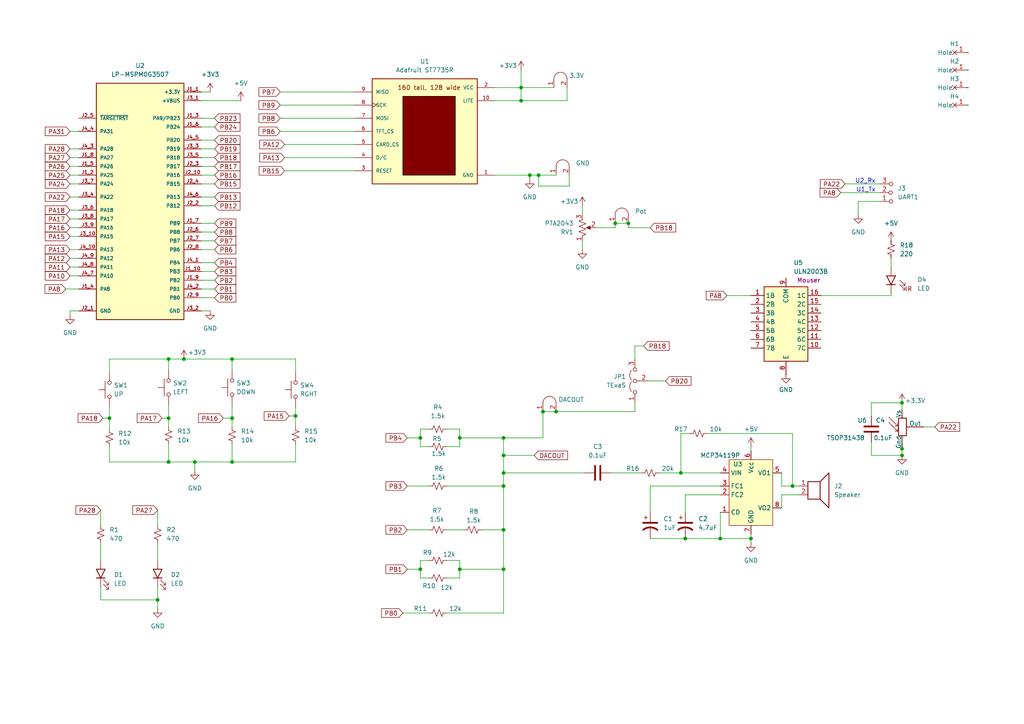
<source format=kicad_sch>
(kicad_sch (version 20250114) (generator "eeschema") (generator_version "9.0")
  (paper "A4")
  (title_block (title "Assignment 1, Manav Manikandan") (date "2025-03-16") (rev "v1.0.1") (company "The University of Texas at Austin"))
  (lib_symbols
    (symbol "+5V_1" (power) (pin_numbers (hide yes)) (pin_names (offset 0) (hide yes))
      (property "Value" "+5V" (at 0 3.556 0))
      (symbol "+5V_1_1_1"
        (pin power_in line (at 0 0 90) (length 0) (name "~") (number "1"))
      )
    )
    (symbol "ECE319K:Adafruit_ST7735R" (pin_names (offset 1.016))
      (property "Reference" "U?" (at -15.24 16.002 0))
      (property "Value" "Adafruit ST7735R" (at -15.24 -17.78 0))
      (symbol "Adafruit_ST7735R_1_0"
        (pin output line (at -20.32 11.43 0) (length 5.08) (name "MISO") (number "9"))
        (pin input clock (at -20.32 7.62 0) (length 5.08) (name "SCK") (number "8"))
        (pin input line (at -20.32 3.81 0) (length 5.08) (name "MOSI") (number "7"))
        (pin input line (at -20.32 0 0) (length 5.08) (name "TFT_CS") (number "6"))
        (pin input line (at -20.32 -3.81 0) (length 5.08) (name "CARD_CS") (number "5"))
        (pin input line (at -20.32 -7.62 0) (length 5.08) (name "D/C") (number "4"))
        (pin input line (at -20.32 -11.43 0) (length 5.08) (name "RESET") (number "3"))
        (pin power_in line (at 20.32 12.7 180) (length 5.08) (name "VCC") (number "2"))
        (pin power_in line (at 20.32 8.89 180) (length 5.08) (name "LITE") (number "10"))
        (pin power_in line (at 20.32 -12.7 180) (length 5.08) (name "GND") (number "1"))
      )
      (symbol "Adafruit_ST7735R_1_1"
        (text "160 tall, 128 wide" (at 1.27 12.7 0) (effects (font (size 1.27 1.27))))
      )
    )
    (symbol "ECE319K:C" (pin_numbers (hide yes)) (pin_names (offset 0.254))
      (property "Reference" "C" (at 0.635 2.54 0))
      (property "Value" "C" (at 0.635 -2.54 0))
      (symbol "C_1_1"
        (pin passive line (at 0 3.81 270) (length 2.794) (name "~") (number "1"))
        (pin passive line (at 0 -3.81 90) (length 2.794) (name "~") (number "2"))
      )
    )
    (symbol "ECE319K:C_Polarized" (pin_numbers (hide yes)) (pin_names (offset 0.254) (hide yes))
      (property "Reference" "C" (at 0.635 2.54 0))
      (property "Value" "C_Polarized" (at 0.635 -2.54 0))
      (symbol "C_Polarized_1_1"
        (pin passive line (at 0 3.81 270) (length 2.794) (name "~") (number "1"))
        (pin passive line (at 0 -3.81 90) (length 3.302) (name "~") (number "2"))
      )
    )
    (symbol "ECE319K:Header_3" (pin_names (offset 0) (hide yes))
      (property "Reference" "J" (at 0 2.794 0))
      (property "Value" "Header3" (at 0.635 -4.445 0))
      (symbol "Header_3_1_1"
        (pin passive line (at 5.08 2.54 180) (length 2.54) (name "A") (number "1"))
        (pin passive line (at 5.08 0 180) (length 2.54) (name "B") (number "2"))
        (pin passive line (at 5.08 -2.54 180) (length 2.54) (name "C") (number "3"))
      )
    )
    (symbol "ECE319K:Jumper_3_Open" (pin_names (offset 0) (hide yes))
      (property "Reference" "JP" (at -2.54 -2.54 0))
      (property "Value" "Jumper_3_Open" (at 0 2.794 0))
      (symbol "Jumper_3_Open_1_1"
        (pin passive line (at -6.35 0 0) (length 2.54) (name "A") (number "1"))
        (pin passive line (at 0 -3.81 90) (length 2.54) (name "C") (number "2"))
        (pin passive line (at 6.35 0 180) (length 2.54) (name "B") (number "3"))
      )
    )
    (symbol "ECE319K:LED" (pin_numbers (hide yes)) (pin_names (offset 1.016) (hide yes))
      (property "Reference" "D" (at 1.27 1.27 0))
      (property "Value" "LED" (at -5.08 -1.27 0))
      (symbol "LED_1_1"
        (pin passive line (at -1.27 3.81 270) (length 2.54) (name "A") (number "2"))
        (pin passive line (at -1.27 -3.81 90) (length 2.54) (name "K") (number "1"))
      )
    )
    (symbol "ECE319K:LP-MSPM0G3507" (pin_names (offset 1.016))
      (property "Reference" "U?" (at -12.7367 34.3099 0))
      (property "Value" "LP-MSPM0G3507" (at -10.16 -38.1 0))
      (symbol "LP-MSPM0G3507_1_0"
        (pin input line (at -17.78 22.86 0) (length 5.08) (name "~{TARGETRST}") (number "J2_5"))
        (pin bidirectional line (at -17.78 19.05 0) (length 5.08) (name "PA31") (number "J4_4"))
        (pin bidirectional line (at -17.78 13.97 0) (length 5.08) (name "PA28") (number "J4_3"))
        (pin bidirectional line (at -17.78 11.43 0) (length 5.08) (name "PA27") (number "J1_8"))
        (pin bidirectional line (at -17.78 8.89 0) (length 5.08) (name "PA26") (number "J1_5"))
        (pin bidirectional line (at -17.78 6.35 0) (length 5.08) (name "PA25") (number "J1_2"))
        (pin bidirectional line (at -17.78 3.81 0) (length 5.08) (name "PA24") (number "J3_7"))
        (pin bidirectional line (at -17.78 0 0) (length 5.08) (name "PA22") (number "J3_4"))
        (pin bidirectional line (at -17.78 -3.81 0) (length 5.08) (name "PA18") (number "J3_6"))
        (pin bidirectional line (at -17.78 -6.35 0) (length 5.08) (name "PA17") (number "J3_8"))
        (pin bidirectional line (at -17.78 -8.89 0) (length 5.08) (name "PA16") (number "J3_9"))
        (pin bidirectional line (at -17.78 -11.43 0) (length 5.08) (name "PA15") (number "J3_10"))
        (pin bidirectional line (at -17.78 -15.24 0) (length 5.08) (name "PA13") (number "J4_10"))
        (pin bidirectional line (at -17.78 -17.78 0) (length 5.08) (name "PA12") (number "J4_9"))
        (pin bidirectional line (at -17.78 -20.32 0) (length 5.08) (name "PA11") (number "J4_8"))
        (pin bidirectional line (at -17.78 -22.86 0) (length 5.08) (name "PA10") (number "J4_7"))
        (pin bidirectional line (at -17.78 -26.67 0) (length 5.08) (name "PA8") (number "J1_4"))
        (pin power_out line (at -17.78 -33.02 0) (length 5.08) (name "GND") (number "J2_1"))
        (pin power_out line (at 17.78 30.48 180) (length 5.08) (name "+3.3V") (number "J1_1"))
        (pin power_out line (at 17.78 27.94 180) (length 5.08) (name "+VBUS") (number "J3_1"))
        (pin bidirectional line (at 17.78 22.86 180) (length 5.08) (name "PA9/PB23") (number "J1_3"))
        (pin bidirectional line (at 17.78 20.32 180) (length 5.08) (name "PB24") (number "J1_6"))
        (pin bidirectional line (at 17.78 16.51 180) (length 5.08) (name "PB20") (number "J4_5"))
        (pin bidirectional line (at 17.78 13.97 180) (length 5.08) (name "PB19") (number "J3_3"))
        (pin bidirectional line (at 17.78 11.43 180) (length 5.08) (name "PB18") (number "J3_5"))
        (pin bidirectional line (at 17.78 8.89 180) (length 5.08) (name "PB17") (number "J2_3"))
        (pin bidirectional line (at 17.78 6.35 180) (length 5.08) (name "PB16") (number "J2_10"))
        (pin bidirectional line (at 17.78 3.81 180) (length 5.08) (name "PB15") (number "J2_4"))
        (pin bidirectional line (at 17.78 0 180) (length 5.08) (name "PB13") (number "J4_6"))
        (pin bidirectional line (at 17.78 -2.54 180) (length 5.08) (name "PB12") (number "J2_2"))
        (pin bidirectional line (at 17.78 -7.62 180) (length 5.08) (name "PB9") (number "J1_7"))
        (pin bidirectional line (at 17.78 -10.16 180) (length 5.08) (name "PB8") (number "J2_6"))
        (pin bidirectional line (at 17.78 -12.7 180) (length 5.08) (name "PB7") (number "J2_7"))
        (pin bidirectional line (at 17.78 -15.24 180) (length 5.08) (name "PB6") (number "J2_8"))
        (pin bidirectional line (at 17.78 -19.05 180) (length 5.08) (name "PB4") (number "J4_1"))
        (pin bidirectional line (at 17.78 -21.59 180) (length 5.08) (name "PB3") (number "J1_10"))
        (pin bidirectional line (at 17.78 -24.13 180) (length 5.08) (name "PB2") (number "J1_9"))
        (pin bidirectional line (at 17.78 -26.67 180) (length 5.08) (name "PB1") (number "J4_2"))
        (pin bidirectional line (at 17.78 -29.21 180) (length 5.08) (name "PB0") (number "J2_9"))
        (pin power_out line (at 17.78 -33.02 180) (length 5.08) (name "GND") (number "J3_2"))
      )
    )
    (symbol "ECE319K:MCP34119P"
      (property "Reference" "U" (at -5.08 7.62 0))
      (property "Value" "MCP34119P" (at -7.62 10.16 0))
      (symbol "MCP34119P_1_1"
        (pin input line (at -8.89 5.08 0) (length 2.54) (name "VIN") (number "4"))
        (pin input line (at -8.89 1.27 0) (length 2.54) (name "FC1") (number "3"))
        (pin input line (at -8.89 -1.27 0) (length 2.54) (name "FC2") (number "2"))
        (pin input line (at -8.89 -6.35 0) (length 2.54) (name "CD") (number "1"))
        (pin power_in line (at 0 11.43 270) (length 2.54) (name "Vcc") (number "6"))
        (pin power_in line (at 0 -12.7 90) (length 2.54) (name "GND") (number "7"))
        (pin output line (at 8.89 5.08 180) (length 2.54) (name "VO1") (number "5"))
        (pin output line (at 8.89 -5.08 180) (length 2.54) (name "VO2") (number "8"))
      )
    )
    (symbol "ECE319K:MountingHole"
      (property "Reference" "H" (at 0 0 0))
      (symbol "MountingHole_1_1"
        (pin power_in non_logic (at 0 0 180) (length 3.81) (name "Hole") (number "1"))
      )
    )
    (symbol "ECE319K:OED-EL-1L2" (pin_numbers (hide yes)) (pin_names (offset 1.016) (hide yes))
      (property "Reference" "D" (at 0 2.54 0))
      (property "Value" "LED" (at -5.08 -2.54 0))
      (symbol "OED-EL-1L2_1_1"
        (text "IR" (at 3.81 -2.54 0) (effects (font (size 1.27 1.27))))
        (pin passive line (at -1.27 3.81 270) (length 2.54) (name "A") (number "2"))
        (pin passive line (at -1.27 -3.81 90) (length 2.54) (name "K") (number "1"))
      )
    )
    (symbol "ECE319K:PTA2043pot" (pin_names (offset 1.016) (hide yes))
      (property "Reference" "RV" (at -4.445 0 90))
      (property "Value" "PTA2043" (at -2.54 0 90))
      (symbol "PTA2043pot_1_1"
        (pin passive line (at 0 3.81 270) (length 1.27) (name "1") (number "1"))
        (pin passive line (at 0 -3.81 90) (length 1.27) (name "3") (number "3"))
        (pin passive line (at 3.81 0 180) (length 1.27) (name "2") (number "2"))
      )
    )
    (symbol "ECE319K:R_0.125W" (pin_numbers (hide yes)) (pin_names (offset 0.254) (hide yes))
      (property "Reference" "R" (at 0.762 0.508 0))
      (property "Value" "R_0.125W" (at 0.762 -1.016 0))
      (symbol "R_0.125W_1_1"
        (pin passive line (at 0 2.54 270) (length 1.016) (name "~") (number "1"))
        (pin passive line (at 0 -2.54 90) (length 1.016) (name "~") (number "2"))
      )
    )
    (symbol "ECE319K:SW_Push" (pin_numbers (hide yes)) (pin_names (offset 1.016) (hide yes))
      (property "Reference" "SW101" (at 1.27 -1.27 90))
      (property "Value" "UP" (at -1.27 -1.27 90))
      (symbol "SW_Push_0_1"
        (pin passive line (at -5.08 0 0) (length 2.54) (name "1") (number "1"))
        (pin passive line (at 5.08 0 180) (length 2.54) (name "2") (number "2"))
      )
    )
    (symbol "ECE319K:Speaker" (pin_names (offset 0) (hide yes))
      (property "Reference" "J" (at 1.27 5.715 0))
      (property "Value" "Speaker" (at 1.27 3.81 0))
      (symbol "Speaker_1_1"
        (pin input line (at -5.08 0 0) (length 2.54) (name "1") (number "1"))
        (pin input line (at -5.08 -2.54 0) (length 2.54) (name "2") (number "2"))
      )
    )
    (symbol "ECE319K:TSOP31438" (pin_numbers (hide yes)) (pin_names (offset 0))
      (property "Reference" "U" (at -5.08 0 90))
      (property "Value" "TSOP31438" (at -7.62 -1.27 90))
      (symbol "TSOP31438_1_1"
        (pin power_in line (at 0 5.08 270) (length 2.54) (name "Vs") (number "2"))
        (pin power_in line (at 0 -6.35 90) (length 3.81) (name "Gnd") (number "1"))
        (pin output line (at 6.35 0 180) (length 5.08) (name "Out") (number "3"))
      )
    )
    (symbol "ECE319K:Testpoint" (pin_names (offset 0) (hide yes))
      (property "Reference" "TP" (at 0 2.794 0))
      (property "Value" "TP" (at 0 -2.286 0))
      (symbol "Testpoint_1_1"
        (pin passive line (at -1.905 0 90) (length 2.54) (name "A") (number "1"))
        (pin passive line (at 1.905 0 90) (length 2.54) (name "B") (number "2"))
      )
    )
    (symbol "ECE319K:ULN2003B"
      (property "Reference" "U" (at 7.62 8.89 0))
      (property "Value" "ULN2003B" (at 6.35 -15.24 0))
      (property "Distributor" " Mouser " (at 0 0 0))
      (symbol "ULN2003B_1_1"
        (pin input line (at -10.16 5.08 0) (length 3.81) (name "1B") (number "1"))
        (pin input line (at -10.16 2.54 0) (length 3.81) (name "2B") (number "2"))
        (pin input line (at -10.16 0 0) (length 3.81) (name "3B") (number "3"))
        (pin input line (at -10.16 -2.54 0) (length 3.81) (name "4B") (number "4"))
        (pin input line (at -10.16 -5.08 0) (length 3.81) (name "5B") (number "5"))
        (pin input line (at -10.16 -7.62 0) (length 3.81) (name "6B") (number "6"))
        (pin input line (at -10.16 -10.16 0) (length 3.81) (name "7B") (number "7"))
        (pin power_in line (at 0 10.16 270) (length 2.54) (name "COM") (number "9"))
        (pin power_in line (at 0 -17.78 90) (length 3.81) (name "E") (number "8"))
        (pin output line (at 10.16 5.08 180) (length 3.81) (name "1C") (number "16"))
        (pin output line (at 10.16 2.54 180) (length 3.81) (name "2C") (number "15"))
        (pin output line (at 10.16 0 180) (length 3.81) (name "3C") (number "14"))
        (pin output line (at 10.16 -2.54 180) (length 3.81) (name "4C") (number "13"))
        (pin output line (at 10.16 -5.08 180) (length 3.81) (name "5C") (number "12"))
        (pin output line (at 10.16 -7.62 180) (length 3.81) (name "6C") (number "11"))
        (pin output line (at 10.16 -10.16 180) (length 3.81) (name "7C") (number "10"))
      )
    )
    (symbol "GND_1" (power) (pin_numbers (hide yes)) (pin_names (offset 0) (hide yes))
      (property "Value" "GND" (at 0 -3.81 0))
      (symbol "GND_1_1_1"
        (pin power_in line (at 0 0 270) (length 0) (name "~") (number "1"))
      )
    )
    (symbol "GND_2" (power) (pin_numbers (hide yes)) (pin_names (offset 0) (hide yes))
      (property "Value" "GND" (at 0 -3.81 0))
      (symbol "GND_2_1_1"
        (pin power_in line (at 0 0 270) (length 0) (name "~") (number "1"))
      )
    )
    (symbol "power:+3.3V" (power) (pin_numbers (hide yes)) (pin_names (offset 0) (hide yes))
      (property "Value" "+3.3V" (at 0 3.556 0))
      (symbol "+3.3V_1_1"
        (pin power_in line (at 0 0 90) (length 0) (name "~") (number "1"))
      )
    )
    (symbol "power:+3V3" (power) (pin_names (offset 0))
      (property "Value" "+3V3" (at 0 3.556 0))
      (symbol "+3V3_1_1"
        (pin power_in line (at 0 0 90) (length 0) (hide yes) (name "+3V3") (number "1"))
      )
    )
    (symbol "power:+5V" (power) (pin_names (offset 0))
      (property "Value" "+5V" (at 0 3.556 0))
      (symbol "+5V_1_1"
        (pin power_in line (at 0 0 90) (length 0) (hide yes) (name "+5V") (number "1"))
      )
    )
    (symbol "power:GND" (power) (pin_names (offset 0))
      (property "Value" "GND" (at 0 -3.81 0))
      (symbol "GND_1_1"
        (pin power_in line (at 0 0 270) (length 0) (hide yes) (name "GND") (number "1"))
      )
    )
  )
  (text "U2_Rx" (at 254 53.34 0) (effects (font (size 1.27 1.27)) (justify right bottom)))
  (text "U1_Tx" (at 254 55.88 0) (effects (font (size 1.27 1.27)) (justify right bottom)))
  (junction (at 261.62 116.84))
  (junction (at 161.29 119.38))
  (junction (at 146.05 132.08))
  (junction (at 85.725 120.65))
  (junction (at 208.915 156.21))
  (junction (at 67.31 104.14))
  (junction (at 133.35 165.1))
  (junction (at 121.92 127))
  (junction (at 48.895 121.285))
  (junction (at 198.755 156.21))
  (junction (at 53.34 104.14))
  (junction (at 121.92 165.1))
  (junction (at 133.35 127))
  (junction (at 48.895 104.14))
  (junction (at 197.485 137.16))
  (junction (at 217.805 156.21))
  (junction (at 261.62 132.08))
  (junction (at 153.67 50.8))
  (junction (at 151.13 25.4))
  (junction (at 45.72 173.99))
  (junction (at 182.245 64.77))
  (junction (at 146.05 137.16))
  (junction (at 156.21 50.8))
  (junction (at 178.435 64.77))
  (junction (at 157.48 119.38))
  (junction (at 261.62 130.175))
  (junction (at 67.31 133.985))
  (junction (at 229.87 140.97))
  (junction (at 146.05 165.1))
  (junction (at 146.05 153.67))
  (junction (at 146.05 127))
  (junction (at 151.13 29.21))
  (junction (at 31.75 121.285))
  (junction (at 67.31 121.285))
  (junction (at 48.895 133.985))
  (junction (at 146.05 140.97))
  (junction (at 56.515 133.985))
  (wire (pts (xy 56.515 133.985) (xy 67.31 133.985)))
  (wire (pts (xy 165.1 53.975) (xy 156.21 53.975)))
  (wire (pts (xy 133.35 162.56) (xy 129.54 162.56)))
  (wire (pts (xy 67.31 128.905) (xy 67.31 133.985)))
  (wire (pts (xy 29.845 121.285) (xy 31.75 121.285)))
  (wire (pts (xy 58.42 86.36) (xy 62.23 86.36)))
  (wire (pts (xy 178.435 64.77) (xy 182.245 64.77)))
  (wire (pts (xy 58.42 57.15) (xy 62.23 57.15)))
  (wire (pts (xy 121.92 167.64) (xy 124.46 167.64)))
  (wire (pts (xy 231.775 140.97) (xy 229.87 140.97)))
  (wire (pts (xy 81.28 38.1) (xy 102.87 38.1)))
  (wire (pts (xy 197.485 137.16) (xy 208.915 137.16)))
  (wire (pts (xy 184.15 100.33) (xy 186.69 100.33)))
  (wire (pts (xy 58.42 50.8) (xy 62.23 50.8)))
  (wire (pts (xy 139.7 153.67) (xy 146.05 153.67)))
  (wire (pts (xy 182.245 66.04) (xy 182.245 64.77)))
  (wire (pts (xy 217.805 154.94) (xy 217.805 156.21)))
  (wire (pts (xy 64.77 121.285) (xy 67.31 121.285)))
  (wire (pts (xy 258.445 85.725) (xy 258.445 85.09)))
  (wire (pts (xy 20.32 91.44) (xy 20.32 90.17)))
  (wire (pts (xy 67.31 104.14) (xy 85.725 104.14)))
  (wire (pts (xy 85.725 118.11) (xy 85.725 120.65)))
  (wire (pts (xy 48.895 121.285) (xy 48.895 123.825)))
  (wire (pts (xy 81.28 34.29) (xy 102.87 34.29)))
  (wire (pts (xy 161.29 119.38) (xy 184.15 119.38)))
  (wire (pts (xy 20.32 68.58) (xy 22.86 68.58)))
  (wire (pts (xy 58.42 26.67) (xy 60.96 26.67)))
  (wire (pts (xy 20.32 66.04) (xy 22.86 66.04)))
  (wire (pts (xy 29.21 147.955) (xy 29.21 152.4)))
  (wire (pts (xy 164.465 25.4) (xy 164.465 29.21)))
  (wire (pts (xy 85.725 133.985) (xy 85.725 128.905)))
  (wire (pts (xy 243.84 55.88) (xy 255.27 55.88)))
  (wire (pts (xy 29.21 157.48) (xy 29.21 162.56)))
  (wire (pts (xy 133.35 124.46) (xy 129.54 124.46)))
  (wire (pts (xy 133.35 167.64) (xy 133.35 165.1)))
  (wire (pts (xy 58.42 45.72) (xy 62.23 45.72)))
  (wire (pts (xy 157.48 127) (xy 157.48 119.38)))
  (wire (pts (xy 129.54 129.54) (xy 133.35 129.54)))
  (wire (pts (xy 58.42 40.64) (xy 62.23 40.64)))
  (wire (pts (xy 45.72 170.18) (xy 45.72 173.99)))
  (wire (pts (xy 20.32 38.1) (xy 22.86 38.1)))
  (wire (pts (xy 217.805 129.54) (xy 217.805 130.81)))
  (wire (pts (xy 48.895 104.14) (xy 48.895 107.315)))
  (wire (pts (xy 252.73 128.27) (xy 252.73 132.08)))
  (wire (pts (xy 238.125 85.725) (xy 258.445 85.725)))
  (wire (pts (xy 67.31 133.985) (xy 85.725 133.985)))
  (wire (pts (xy 146.05 132.08) (xy 154.94 132.08)))
  (wire (pts (xy 129.54 140.97) (xy 146.05 140.97)))
  (wire (pts (xy 146.05 127) (xy 133.35 127)))
  (wire (pts (xy 177.165 137.16) (xy 186.055 137.16)))
  (wire (pts (xy 252.73 132.08) (xy 261.62 132.08)))
  (wire (pts (xy 226.695 147.32) (xy 226.695 143.51)))
  (wire (pts (xy 29.21 173.99) (xy 45.72 173.99)))
  (wire (pts (xy 188.595 140.97) (xy 188.595 148.59)))
  (wire (pts (xy 261.62 132.08) (xy 261.62 130.175)))
  (wire (pts (xy 208.915 156.21) (xy 217.805 156.21)))
  (wire (pts (xy 58.42 72.39) (xy 62.23 72.39)))
  (wire (pts (xy 81.28 30.48) (xy 102.87 30.48)))
  (wire (pts (xy 168.91 69.85) (xy 168.91 72.39)))
  (wire (pts (xy 20.32 48.26) (xy 22.86 48.26)))
  (wire (pts (xy 58.42 83.82) (xy 62.23 83.82)))
  (wire (pts (xy 19.05 83.82) (xy 22.86 83.82)))
  (wire (pts (xy 85.725 107.95) (xy 85.725 104.14)))
  (wire (pts (xy 184.15 104.14) (xy 184.15 100.33)))
  (wire (pts (xy 129.54 177.8) (xy 146.05 177.8)))
  (wire (pts (xy 48.895 128.905) (xy 48.895 133.985)))
  (wire (pts (xy 187.96 110.49) (xy 193.04 110.49)))
  (wire (pts (xy 178.435 66.04) (xy 178.435 64.77)))
  (wire (pts (xy 31.75 133.985) (xy 48.895 133.985)))
  (wire (pts (xy 58.42 76.2) (xy 62.23 76.2)))
  (wire (pts (xy 146.05 132.08) (xy 146.05 127)))
  (wire (pts (xy 20.32 63.5) (xy 22.86 63.5)))
  (wire (pts (xy 58.42 34.29) (xy 62.23 34.29)))
  (wire (pts (xy 133.35 127) (xy 133.35 129.54)))
  (wire (pts (xy 271.145 123.825) (xy 267.97 123.825)))
  (wire (pts (xy 156.21 53.975) (xy 156.21 50.8)))
  (wire (pts (xy 133.35 127) (xy 133.35 124.46)))
  (wire (pts (xy 48.895 104.14) (xy 53.34 104.14)))
  (wire (pts (xy 143.51 29.21) (xy 151.13 29.21)))
  (wire (pts (xy 252.73 116.84) (xy 252.73 120.65)))
  (wire (pts (xy 208.915 140.97) (xy 188.595 140.97)))
  (wire (pts (xy 58.42 64.77) (xy 62.23 64.77)))
  (wire (pts (xy 151.13 25.4) (xy 151.13 20.32)))
  (wire (pts (xy 258.445 74.93) (xy 258.445 77.47)))
  (wire (pts (xy 226.695 140.97) (xy 226.695 137.16)))
  (wire (pts (xy 82.55 45.72) (xy 102.87 45.72)))
  (wire (pts (xy 20.32 50.8) (xy 22.86 50.8)))
  (wire (pts (xy 245.11 53.34) (xy 255.27 53.34)))
  (wire (pts (xy 121.92 165.1) (xy 121.92 167.64)))
  (wire (pts (xy 198.755 148.59) (xy 198.755 143.51)))
  (wire (pts (xy 58.42 48.26) (xy 62.23 48.26)))
  (wire (pts (xy 20.32 90.17) (xy 22.86 90.17)))
  (wire (pts (xy 210.82 85.725) (xy 217.805 85.725)))
  (wire (pts (xy 146.05 153.67) (xy 146.05 140.97)))
  (wire (pts (xy 157.48 119.38) (xy 161.29 119.38)))
  (wire (pts (xy 153.67 50.8) (xy 153.67 52.07)))
  (wire (pts (xy 58.42 29.21) (xy 69.85 29.21)))
  (wire (pts (xy 143.51 50.8) (xy 153.67 50.8)))
  (wire (pts (xy 118.11 153.67) (xy 124.46 153.67)))
  (wire (pts (xy 165.1 50.8) (xy 165.1 53.975)))
  (wire (pts (xy 133.35 165.1) (xy 146.05 165.1)))
  (wire (pts (xy 45.72 157.48) (xy 45.72 162.56)))
  (wire (pts (xy 83.82 120.65) (xy 85.725 120.65)))
  (wire (pts (xy 29.21 170.18) (xy 29.21 173.99)))
  (wire (pts (xy 146.05 137.16) (xy 146.05 140.97)))
  (wire (pts (xy 188.595 66.04) (xy 182.245 66.04)))
  (wire (pts (xy 261.62 128.27) (xy 261.62 130.175)))
  (wire (pts (xy 67.31 121.285) (xy 67.31 123.825)))
  (wire (pts (xy 129.54 167.64) (xy 133.35 167.64)))
  (wire (pts (xy 200.025 125.73) (xy 197.485 125.73)))
  (wire (pts (xy 20.32 57.15) (xy 22.86 57.15)))
  (wire (pts (xy 226.695 143.51) (xy 231.775 143.51)))
  (wire (pts (xy 188.595 156.21) (xy 198.755 156.21)))
  (wire (pts (xy 67.31 117.475) (xy 67.31 121.285)))
  (wire (pts (xy 45.72 152.4) (xy 45.72 147.955)))
  (wire (pts (xy 67.31 104.14) (xy 67.31 107.315)))
  (wire (pts (xy 146.05 165.1) (xy 146.05 153.67)))
  (wire (pts (xy 248.92 58.42) (xy 248.92 62.23)))
  (wire (pts (xy 53.34 104.14) (xy 67.31 104.14)))
  (wire (pts (xy 118.11 140.97) (xy 124.46 140.97)))
  (wire (pts (xy 31.75 104.14) (xy 48.895 104.14)))
  (wire (pts (xy 20.32 74.93) (xy 22.86 74.93)))
  (wire (pts (xy 46.99 121.285) (xy 48.895 121.285)))
  (wire (pts (xy 118.11 165.1) (xy 121.92 165.1)))
  (wire (pts (xy 151.13 29.21) (xy 151.13 25.4)))
  (wire (pts (xy 116.84 177.8) (xy 124.46 177.8)))
  (wire (pts (xy 205.105 125.73) (xy 229.87 125.73)))
  (wire (pts (xy 45.72 173.99) (xy 45.72 176.53)))
  (wire (pts (xy 31.75 104.14) (xy 31.75 107.95)))
  (wire (pts (xy 31.75 121.285) (xy 31.75 124.46)))
  (wire (pts (xy 217.805 156.21) (xy 217.805 157.48)))
  (wire (pts (xy 121.92 162.56) (xy 124.46 162.56)))
  (wire (pts (xy 229.87 125.73) (xy 229.87 140.97)))
  (wire (pts (xy 56.515 133.985) (xy 48.895 133.985)))
  (wire (pts (xy 198.755 156.21) (xy 208.915 156.21)))
  (wire (pts (xy 58.42 90.17) (xy 60.96 90.17)))
  (wire (pts (xy 184.15 116.84) (xy 184.15 119.38)))
  (wire (pts (xy 58.42 67.31) (xy 62.23 67.31)))
  (wire (pts (xy 82.55 49.53) (xy 102.87 49.53)))
  (wire (pts (xy 198.755 143.51) (xy 208.915 143.51)))
  (wire (pts (xy 58.42 81.28) (xy 62.23 81.28)))
  (wire (pts (xy 121.92 129.54) (xy 124.46 129.54)))
  (wire (pts (xy 143.51 25.4) (xy 151.13 25.4)))
  (wire (pts (xy 146.05 137.16) (xy 169.545 137.16)))
  (wire (pts (xy 85.725 120.65) (xy 85.725 123.825)))
  (wire (pts (xy 118.11 127) (xy 121.92 127)))
  (wire (pts (xy 129.54 153.67) (xy 134.62 153.67)))
  (wire (pts (xy 20.32 80.01) (xy 22.86 80.01)))
  (wire (pts (xy 146.05 132.08) (xy 146.05 137.16)))
  (wire (pts (xy 56.515 136.525) (xy 56.515 133.985)))
  (wire (pts (xy 146.05 127) (xy 157.48 127)))
  (wire (pts (xy 20.32 77.47) (xy 22.86 77.47)))
  (wire (pts (xy 58.42 53.34) (xy 62.23 53.34)))
  (wire (pts (xy 124.46 124.46) (xy 121.92 124.46)))
  (wire (pts (xy 153.67 50.8) (xy 156.21 50.8)))
  (wire (pts (xy 121.92 124.46) (xy 121.92 127)))
  (wire (pts (xy 255.27 58.42) (xy 248.92 58.42)))
  (wire (pts (xy 58.42 78.74) (xy 62.23 78.74)))
  (wire (pts (xy 20.32 45.72) (xy 22.86 45.72)))
  (wire (pts (xy 151.13 25.4) (xy 160.655 25.4)))
  (wire (pts (xy 146.05 177.8) (xy 146.05 165.1)))
  (wire (pts (xy 31.75 133.985) (xy 31.75 129.54)))
  (wire (pts (xy 164.465 29.21) (xy 151.13 29.21)))
  (wire (pts (xy 20.32 43.18) (xy 22.86 43.18)))
  (wire (pts (xy 261.62 118.745) (xy 261.62 116.84)))
  (wire (pts (xy 20.32 72.39) (xy 22.86 72.39)))
  (wire (pts (xy 197.485 125.73) (xy 197.485 137.16)))
  (wire (pts (xy 58.42 43.18) (xy 62.23 43.18)))
  (wire (pts (xy 229.87 140.97) (xy 226.695 140.97)))
  (wire (pts (xy 168.91 59.69) (xy 168.91 62.23)))
  (wire (pts (xy 172.72 66.04) (xy 178.435 66.04)))
  (wire (pts (xy 58.42 59.69) (xy 62.23 59.69)))
  (wire (pts (xy 133.35 165.1) (xy 133.35 162.56)))
  (wire (pts (xy 58.42 69.85) (xy 62.23 69.85)))
  (wire (pts (xy 58.42 36.83) (xy 62.23 36.83)))
  (wire (pts (xy 20.32 60.96) (xy 22.86 60.96)))
  (wire (pts (xy 208.915 148.59) (xy 208.915 156.21)))
  (wire (pts (xy 191.135 137.16) (xy 197.485 137.16)))
  (wire (pts (xy 81.28 26.67) (xy 102.87 26.67)))
  (wire (pts (xy 121.92 127) (xy 121.92 129.54)))
  (wire (pts (xy 20.32 53.34) (xy 22.86 53.34)))
  (wire (pts (xy 31.75 118.11) (xy 31.75 121.285)))
  (wire (pts (xy 261.62 116.84) (xy 252.73 116.84)))
  (wire (pts (xy 156.21 50.8) (xy 161.29 50.8)))
  (wire (pts (xy 48.895 117.475) (xy 48.895 121.285)))
  (wire (pts (xy 121.92 165.1) (xy 121.92 162.56)))
  (wire (pts (xy 82.55 41.91) (xy 102.87 41.91)))
  (global_label "PA13" (shape input) (at 82.55 45.72 180) (property "Intersheetrefs" "${INTERSHEET_REFS}" (effects (hide yes))))
  (global_label "PB4" (shape input) (at 118.11 127 180) (property "Intersheetrefs" "${INTERSHEET_REFS}" (effects (hide yes))))
  (global_label "PB8" (shape input) (at 62.23 67.31 0) (property "Intersheetrefs" "${INTERSHEET_REFS}" (effects (hide yes))))
  (global_label "PA12" (shape input) (at 82.55 41.91 180) (property "Intersheetrefs" "${INTERSHEET_REFS}" (effects (hide yes))))
  (global_label "PB6" (shape input) (at 62.23 72.39 0) (property "Intersheetrefs" "${INTERSHEET_REFS}" (effects (hide yes))))
  (global_label "PB6" (shape input) (at 81.28 38.1 180) (property "Intersheetrefs" "${INTERSHEET_REFS}" (effects (hide yes))))
  (global_label "PB18" (shape input) (at 186.69 100.33 0) (property "Intersheetrefs" "${INTERSHEET_REFS}" (effects (hide yes))))
  (global_label "PB15" (shape input) (at 62.23 53.34 0) (property "Intersheetrefs" "${INTERSHEET_REFS}" (effects (hide yes))))
  (global_label "PB7" (shape input) (at 81.28 26.67 180) (property "Intersheetrefs" "${INTERSHEET_REFS}" (effects (hide yes))))
  (global_label "PB20" (shape input) (at 193.04 110.49 0) (property "Intersheetrefs" "${INTERSHEET_REFS}" (effects (hide yes))))
  (global_label "PA25" (shape input) (at 20.32 50.8 180) (property "Intersheetrefs" "${INTERSHEET_REFS}" (effects (hide yes))))
  (global_label "PA22" (shape input) (at 20.32 57.15 180) (property "Intersheetrefs" "${INTERSHEET_REFS}" (effects (hide yes))))
  (global_label "PB18" (shape input) (at 62.23 45.72 0) (property "Intersheetrefs" "${INTERSHEET_REFS}" (effects (hide yes))))
  (global_label "PA24" (shape input) (at 20.32 53.34 180) (property "Intersheetrefs" "${INTERSHEET_REFS}" (effects (hide yes))))
  (global_label "PB7" (shape input) (at 62.23 69.85 0) (property "Intersheetrefs" "${INTERSHEET_REFS}" (effects (hide yes))))
  (global_label "PB23" (shape input) (at 62.23 34.29 0) (property "Intersheetrefs" "${INTERSHEET_REFS}" (effects (hide yes))))
  (global_label "PA15" (shape input) (at 20.32 68.58 180) (property "Intersheetrefs" "${INTERSHEET_REFS}" (effects (hide yes))))
  (global_label "PB18" (shape input) (at 188.595 66.04 0) (property "Intersheetrefs" "${INTERSHEET_REFS}" (effects (hide yes))))
  (global_label "PA27" (shape input) (at 45.72 147.955 180) (property "Intersheetrefs" "${INTERSHEET_REFS}" (effects (hide yes))))
  (global_label "PB3" (shape input) (at 62.23 78.74 0) (property "Intersheetrefs" "${INTERSHEET_REFS}" (effects (hide yes))))
  (global_label "PA31" (shape input) (at 20.32 38.1 180) (property "Intersheetrefs" "${INTERSHEET_REFS}" (effects (hide yes))))
  (global_label "PA26" (shape input) (at 20.32 48.26 180) (property "Intersheetrefs" "${INTERSHEET_REFS}" (effects (hide yes))))
  (global_label "PA17" (shape input) (at 20.32 63.5 180) (property "Intersheetrefs" "${INTERSHEET_REFS}" (effects (hide yes))))
  (global_label "PB3" (shape input) (at 118.11 140.97 180) (property "Intersheetrefs" "${INTERSHEET_REFS}" (effects (hide yes))))
  (global_label "PB9" (shape input) (at 62.23 64.77 0) (property "Intersheetrefs" "${INTERSHEET_REFS}" (effects (hide yes))))
  (global_label "PA13" (shape input) (at 20.32 72.39 180) (property "Intersheetrefs" "${INTERSHEET_REFS}" (effects (hide yes))))
  (global_label "PA8" (shape input) (at 210.82 85.725 180) (property "Intersheetrefs" "${INTERSHEET_REFS}" (effects (hide yes))))
  (global_label "PB17" (shape input) (at 62.23 48.26 0) (property "Intersheetrefs" "${INTERSHEET_REFS}" (effects (hide yes))))
  (global_label "PB8" (shape input) (at 81.28 34.29 180) (property "Intersheetrefs" "${INTERSHEET_REFS}" (effects (hide yes))))
  (global_label "PA10" (shape input) (at 20.32 80.01 180) (property "Intersheetrefs" "${INTERSHEET_REFS}" (effects (hide yes))))
  (global_label "PA12" (shape input) (at 20.32 74.93 180) (property "Intersheetrefs" "${INTERSHEET_REFS}" (effects (hide yes))))
  (global_label "PB0" (shape input) (at 116.84 177.8 180) (property "Intersheetrefs" "${INTERSHEET_REFS}" (effects (hide yes))))
  (global_label "PB4" (shape input) (at 62.23 76.2 0) (property "Intersheetrefs" "${INTERSHEET_REFS}" (effects (hide yes))))
  (global_label "PA17" (shape input) (at 46.99 121.285 180) (property "Intersheetrefs" "${INTERSHEET_REFS}" (effects (hide yes))))
  (global_label "DACOUT" (shape input) (at 154.94 132.08 0) (property "Intersheetrefs" "${INTERSHEET_REFS}" (effects (hide yes))))
  (global_label "PA16" (shape input) (at 64.77 121.285 180) (property "Intersheetrefs" "${INTERSHEET_REFS}" (effects (hide yes))))
  (global_label "PB24" (shape input) (at 62.23 36.83 0) (property "Intersheetrefs" "${INTERSHEET_REFS}" (effects (hide yes))))
  (global_label "PB13" (shape input) (at 62.23 57.15 0) (property "Intersheetrefs" "${INTERSHEET_REFS}" (effects (hide yes))))
  (global_label "PA11" (shape input) (at 20.32 77.47 180) (property "Intersheetrefs" "${INTERSHEET_REFS}" (effects (hide yes))))
  (global_label "PA27" (shape input) (at 20.32 45.72 180) (property "Intersheetrefs" "${INTERSHEET_REFS}" (effects (hide yes))))
  (global_label "PA18" (shape input) (at 20.32 60.96 180) (property "Intersheetrefs" "${INTERSHEET_REFS}" (effects (hide yes))))
  (global_label "PB12" (shape input) (at 62.23 59.69 0) (property "Intersheetrefs" "${INTERSHEET_REFS}" (effects (hide yes))))
  (global_label "PA18" (shape input) (at 29.845 121.285 180) (property "Intersheetrefs" "${INTERSHEET_REFS}" (effects (hide yes))))
  (global_label "PB1" (shape input) (at 62.23 83.82 0) (property "Intersheetrefs" "${INTERSHEET_REFS}" (effects (hide yes))))
  (global_label "PA16" (shape input) (at 20.32 66.04 180) (property "Intersheetrefs" "${INTERSHEET_REFS}" (effects (hide yes))))
  (global_label "PB16" (shape input) (at 62.23 50.8 0) (property "Intersheetrefs" "${INTERSHEET_REFS}" (effects (hide yes))))
  (global_label "PB20" (shape input) (at 62.23 40.64 0) (property "Intersheetrefs" "${INTERSHEET_REFS}" (effects (hide yes))))
  (global_label "PA28" (shape input) (at 20.32 43.18 180) (property "Intersheetrefs" "${INTERSHEET_REFS}" (effects (hide yes))))
  (global_label "PA28" (shape input) (at 29.21 147.955 180) (property "Intersheetrefs" "${INTERSHEET_REFS}" (effects (hide yes))))
  (global_label "PB2" (shape input) (at 118.11 153.67 180) (property "Intersheetrefs" "${INTERSHEET_REFS}" (effects (hide yes))))
  (global_label "PB9" (shape input) (at 81.28 30.48 180) (property "Intersheetrefs" "${INTERSHEET_REFS}" (effects (hide yes))))
  (global_label "PA8" (shape input) (at 19.05 83.82 180) (property "Intersheetrefs" "${INTERSHEET_REFS}" (effects (hide yes))))
  (global_label "PA8" (shape input) (at 243.84 55.88 180) (property "Intersheetrefs" "${INTERSHEET_REFS}" (effects (hide yes))))
  (global_label "PB1" (shape input) (at 118.11 165.1 180) (property "Intersheetrefs" "${INTERSHEET_REFS}" (effects (hide yes))))
  (global_label "PB0" (shape input) (at 62.23 86.36 0) (property "Intersheetrefs" "${INTERSHEET_REFS}" (effects (hide yes))))
  (global_label "PB19" (shape input) (at 62.23 43.18 0) (property "Intersheetrefs" "${INTERSHEET_REFS}" (effects (hide yes))))
  (global_label "PA22" (shape input) (at 245.11 53.34 180) (property "Intersheetrefs" "${INTERSHEET_REFS}" (effects (hide yes))))
  (global_label "PB2" (shape input) (at 62.23 81.28 0) (property "Intersheetrefs" "${INTERSHEET_REFS}" (effects (hide yes))))
  (global_label "PA22" (shape input) (at 271.145 123.825 0) (property "Intersheetrefs" "${INTERSHEET_REFS}" (effects (hide yes))))
  (global_label "PB15" (shape input) (at 82.55 49.53 180) (property "Intersheetrefs" "${INTERSHEET_REFS}" (effects (hide yes))))
  (global_label "PA15" (shape input) (at 83.82 120.65 180) (property "Intersheetrefs" "${INTERSHEET_REFS}" (effects (hide yes))))
  (symbol (lib_id "ECE319K:MountingHole") (at 280.67 30.48 0) (unit 1)
    (property "Reference" "H4" (at 276.86 27.94 0))
    (property "Value" "~" (at 280.67 30.48 0))
    (property "Footprint" "ECE319K:MountingHole_4_40" (effects (hide yes)))
  )
  (symbol (lib_id "ECE319K:Adafruit_ST7735R") (at 123.19 38.1 0) (unit 1)
    (property "Reference" "U1" (at 123.19 17.78 0))
    (property "Value" "Adafruit ST7735R" (at 123.19 20.32 0))
    (property "Footprint" "ECE319K:adafruit_st7735r" (effects (hide yes)))
    (property "Datasheet" "https://www.mouser.com/datasheet/2/737/ST7735R_V0_2-2489618.pdf" (effects (hide yes)))
    (property "Distributor" "Mouser" (effects (hide yes)))
    (property "Manufacturer" "Adafruit" (effects (hide yes)))
    (property "P/N" "358" (effects (hide yes)))
    (property "Cost" "19.95" (effects (hide yes)))
  )
  (symbol (lib_id "ECE319K:Jumper_3_Open") (at 184.15 110.49 90) (unit 1)
    (property "Reference" "JP1" (at 181.61 109.22 90) (effects (justify left)))
    (property "Value" "TExaS" (at 181.61 111.76 90) (effects (justify left)))
    (property "Footprint" "ECE319K:PinHeader_1x03_P2.54mm_Vertical" (effects (hide yes)))
  )
  (symbol (lib_id "ECE319K:R_0.125W") (at 127 153.67 270) (unit 1)
    (property "Reference" "R7" (at 126.746 148.082 90))
    (property "Value" "1.5k" (at 126.746 150.622 90))
    (property "Footprint" "ECE319K:R_Axial_DIN0204_L3.6mm_D1.6mm_P7.62mm_Horizontal" (effects (hide yes)))
    (property "Datasheet" "https://users.ece.utexas.edu/~valvano/mspm0/CarbonFilmresistors.pdf" (effects (hide yes)))
  )
  (symbol (lib_id "ECE319K:R_0.125W") (at 29.21 154.94 0) (unit 1)
    (property "Reference" "R1" (at 31.75 153.67 0) (effects (justify left)))
    (property "Value" "470" (at 31.75 156.21 0) (effects (justify left)))
    (property "Footprint" "ECE319K:R_Axial_DIN0204_L3.6mm_D1.6mm_P7.62mm_Horizontal" (effects (hide yes)))
    (property "Datasheet" "https://users.ece.utexas.edu/~valvano/mspm0/CarbonFilmresistors.pdf" (effects (hide yes)))
  )
  (symbol (lib_name "+5V_1") (lib_id "power:+5V") (at 258.445 69.85 0) (unit 1)
    (property "Reference" "#PWR012" (effects (hide yes)))
    (property "Value" "+5V" (at 258.445 64.77 0))
    (property "Description" "Power symbol creates a global label with name \"+5V\"" (effects (hide yes)))
  )
  (symbol (lib_id "ECE319K:R_0.125W") (at 137.16 153.67 270) (unit 1)
    (property "Reference" "R8" (at 137.414 148.336 90))
    (property "Value" "1.5k" (at 137.414 150.876 90))
    (property "Footprint" "ECE319K:R_Axial_DIN0204_L3.6mm_D1.6mm_P7.62mm_Horizontal" (effects (hide yes)))
    (property "Datasheet" "https://users.ece.utexas.edu/~valvano/mspm0/CarbonFilmresistors.pdf" (effects (hide yes)))
  )
  (symbol (lib_id "power:GND") (at 248.92 62.23 0) (unit 1)
    (property "Reference" "#PWR06" (effects (hide yes)))
    (property "Value" "GND" (at 248.92 67.31 0))
  )
  (symbol (lib_id "ECE319K:SW_Push") (at 48.895 112.395 90) (unit 1)
    (property "Reference" "SW2" (at 50.165 111.125 90) (effects (justify right)))
    (property "Value" "LEFT" (at 50.165 113.665 90) (effects (justify right)))
    (property "Footprint" "ECE319K:SW_PUSH_6mm" (effects (hide yes)))
  )
  (symbol (lib_id "ECE319K:LP-MSPM0G3507") (at 40.64 57.15 0) (unit 1)
    (property "Reference" "U2" (at 40.64 19.05 0))
    (property "Value" "LP-MSPM0G3507" (at 40.64 21.59 0))
    (property "Footprint" "ECE319K:ti_LP_MSPM0G3507" (effects (hide yes)))
    (property "Datasheet" "https://www.ti.com/tool/LP-MSPM0G3507" (effects (hide yes)))
    (property "Distributor" "Mouser" (effects (hide yes)))
    (property "Manufacturer" "Texas Instruments" (effects (hide yes)))
    (property "P/N" "LP-MSPM0G3507" (effects (hide yes)))
    (property "Cost" "22.60" (effects (hide yes)))
  )
  (symbol (lib_id "ECE319K:MCP34119P") (at 217.805 142.24 0) (unit 1)
    (property "Reference" "U3" (at 213.995 134.62 0))
    (property "Value" "MCP34119P" (at 208.915 132.08 0))
    (property "Footprint" "ECE319K:DIP-8_W7.62mm_LongPads" (effects (hide yes)))
    (property "Datasheet" "https://users.ece.utexas.edu/~valvano/Datasheets/MC34119.pdf" (effects (hide yes)))
    (property "Distributor" "N/A" (effects (hide yes)))
    (property "Manufacturer" "Motorola" (effects (hide yes)))
    (property "P/N" "MC34119P" (effects (hide yes)))
    (property "Cost" "N/A" (effects (hide yes)))
  )
  (symbol (lib_id "ECE319K:R_0.125W") (at 127 167.64 270) (unit 1)
    (property "Reference" "R10" (at 124.46 169.926 90))
    (property "Value" "12k" (at 129.54 170.434 90))
    (property "Footprint" "ECE319K:R_Axial_DIN0204_L3.6mm_D1.6mm_P7.62mm_Horizontal" (effects (hide yes)))
    (property "Datasheet" "https://users.ece.utexas.edu/~valvano/mspm0/CarbonFilmresistors.pdf" (effects (hide yes)))
  )
  (symbol (lib_id "power:+3V3") (at 53.34 104.14 0) (unit 1)
    (property "Reference" "#PWR03" (effects (hide yes)))
    (property "Value" "+3V3" (at 57.15 102.235 0))
  )
  (symbol (lib_id "ECE319K:LED") (at 46.99 166.37 0) (unit 1)
    (property "Reference" "D2" (at 49.53 166.6875 0) (effects (justify left)))
    (property "Value" "LED" (at 49.53 169.2275 0) (effects (justify left)))
    (property "Footprint" "ECE319K:LED_D5.0mm" (effects (hide yes)))
    (property "Datasheet" "https://users.ece.utexas.edu/~valvano/mspm0/HLMP-4700.pdf" (effects (hide yes)))
  )
  (symbol (lib_name "GND_1") (lib_id "power:GND") (at 261.62 132.08 0) (unit 1)
    (property "Reference" "#PWR010" (effects (hide yes)))
    (property "Value" "GND" (at 261.62 137.16 0))
    (property "Description" "Power symbol creates a global label with name \"GND\" , ground" (effects (hide yes)))
  )
  (symbol (lib_id "power:+5V") (at 69.85 29.21 0) (unit 1)
    (property "Reference" "#PWR0105" (effects (hide yes)))
    (property "Value" "+5V" (at 69.85 24.13 0))
  )
  (symbol (lib_id "power:GND") (at 45.72 176.53 0) (unit 1)
    (property "Reference" "#PWR0107" (effects (hide yes)))
    (property "Value" "GND" (at 45.72 181.61 0))
  )
  (symbol (lib_id "ECE319K:LED") (at 30.48 166.37 0) (unit 1)
    (property "Reference" "D1" (at 33.02 166.6875 0) (effects (justify left)))
    (property "Value" "LED" (at 33.02 169.2275 0) (effects (justify left)))
    (property "Footprint" "ECE319K:LED_D5.0mm" (effects (hide yes)))
    (property "Datasheet" "https://users.ece.utexas.edu/~valvano/mspm0/HLMP-4700.pdf" (effects (hide yes)))
  )
  (symbol (lib_id "power:GND") (at 20.32 91.44 0) (unit 1)
    (property "Reference" "#PWR01" (effects (hide yes)))
    (property "Value" "GND" (at 20.32 96.52 0))
  )
  (symbol (lib_id "ECE319K:Speaker") (at 236.855 140.97 0) (unit 1)
    (property "Reference" "J2" (at 241.935 140.97 0) (effects (justify left)))
    (property "Value" "Speaker" (at 241.935 143.51 0) (effects (justify left)))
    (property "Footprint" "ECE319K:PinHeader_1x02_P2.54mm_Vertical" (effects (hide yes)))
  )
  (symbol (lib_id "ECE319K:SW_Push") (at 31.75 113.03 90) (unit 1)
    (property "Reference" "SW1" (at 33.02 111.76 90) (effects (justify right)))
    (property "Value" "UP" (at 33.02 114.3 90) (effects (justify right)))
    (property "Footprint" "ECE319K:SW_PUSH_6mm" (effects (hide yes)))
  )
  (symbol (lib_id "power:+5V") (at 217.805 129.54 0) (unit 1)
    (property "Reference" "#PWR08" (effects (hide yes)))
    (property "Value" "+5V" (at 217.805 124.46 0))
  )
  (symbol (lib_id "ECE319K:R_0.125W") (at 85.725 126.365 0) (unit 1)
    (property "Reference" "R15" (at 88.265 125.095 0) (effects (justify left)))
    (property "Value" "10k" (at 88.265 127.635 0) (effects (justify left)))
    (property "Footprint" "ECE319K:R_Axial_DIN0204_L3.6mm_D1.6mm_P7.62mm_Horizontal" (effects (hide yes)))
    (property "Datasheet" "https://users.ece.utexas.edu/~valvano/mspm0/CarbonFilmresistors.pdf" (effects (hide yes)))
  )
  (symbol (lib_id "ECE319K:Header_3") (at 260.35 55.88 180) (unit 1)
    (property "Reference" "J3" (at 260.35 54.61 0) (effects (justify right)))
    (property "Value" "UART1" (at 260.35 57.15 0) (effects (justify right)))
    (property "Footprint" "ECE319K:PinHeader_1x03_P2.54mm_Vertical" (effects (hide yes)))
  )
  (symbol (lib_id "ECE319K:C") (at 252.73 124.46 0) (unit 1)
    (property "Reference" "C4" (at 254 121.92 0) (effects (justify left)))
    (property "Value" "0.1uF" (at 253.365 127 0) (effects (justify left)))
    (property "Footprint" "ECE319K:C_Axial_200mil" (effects (hide yes)))
  )
  (symbol (lib_id "ECE319K:Testpoint") (at 163.195 50.8 0) (unit 1)
    (property "Reference" "J6" (effects (hide yes)))
    (property "Value" "GND" (at 167.005 47.3074 0) (effects (justify left)))
    (property "Footprint" "ECE319K:Testpoint_1x02_P2.54mm" (effects (hide yes)))
  )
  (symbol (lib_id "ECE319K:MountingHole") (at 280.67 20.32 0) (unit 1)
    (property "Reference" "H2" (at 276.86 17.78 0))
    (property "Value" "~" (at 280.67 20.32 0))
    (property "Footprint" "ECE319K:MountingHole_4_40" (effects (hide yes)))
  )
  (symbol (lib_name "GND_2") (lib_id "power:GND") (at 227.965 108.585 0) (unit 1)
    (property "Reference" "#PWR011" (effects (hide yes)))
    (property "Value" "GND" (at 227.965 113.03 0))
    (property "Description" "Power symbol creates a global label with name \"GND\" , ground" (effects (hide yes)))
  )
  (symbol (lib_id "ECE319K:R_0.125W") (at 31.75 127 0) (unit 1)
    (property "Reference" "R12" (at 34.29 125.73 0) (effects (justify left)))
    (property "Value" "10k" (at 34.29 128.27 0) (effects (justify left)))
    (property "Footprint" "ECE319K:R_Axial_DIN0204_L3.6mm_D1.6mm_P7.62mm_Horizontal" (effects (hide yes)))
    (property "Datasheet" "https://users.ece.utexas.edu/~valvano/mspm0/CarbonFilmresistors.pdf" (effects (hide yes)))
  )
  (symbol (lib_id "ECE319K:PTA2043pot") (at 168.91 66.04 0) (mirror x) (unit 1)
    (property "Reference" "RV1" (at 166.37 67.31 0) (effects (justify right)))
    (property "Value" "PTA2043" (at 166.37 64.77 0) (effects (justify right)))
    (property "Footprint" "ECE319K:PTA2043pot" (effects (hide yes)))
  )
  (symbol (lib_id "power:GND") (at 153.67 52.07 0) (unit 1)
    (property "Reference" "#PWR0108" (effects (hide yes)))
    (property "Value" "GND" (at 153.67 57.15 0))
  )
  (symbol (lib_id "ECE319K:MountingHole") (at 280.67 15.24 0) (unit 1)
    (property "Reference" "H1" (at 276.86 12.7 0))
    (property "Value" "~" (at 280.67 15.24 0))
    (property "Footprint" "ECE319K:MountingHole_4_40" (effects (hide yes)))
  )
  (symbol (lib_id "power:+3.3V") (at 261.62 116.84 0) (unit 1)
    (property "Reference" "#PWR09" (effects (hide yes)))
    (property "Value" "+3.3V" (at 265.43 116.205 0))
    (property "Description" "Power symbol creates a global label with name \"+3.3V\"" (effects (hide yes)))
  )
  (symbol (lib_id "ECE319K:R_0.125W") (at 127 124.46 270) (unit 1)
    (property "Reference" "R4" (at 127 118.11 90))
    (property "Value" "1.5k" (at 127 120.65 90))
    (property "Footprint" "ECE319K:R_Axial_DIN0204_L3.6mm_D1.6mm_P7.62mm_Horizontal" (effects (hide yes)))
    (property "Datasheet" "https://users.ece.utexas.edu/~valvano/mspm0/CarbonFilmresistors.pdf" (effects (hide yes)))
  )
  (symbol (lib_id "ECE319K:OED-EL-1L2") (at 259.715 81.28 0) (unit 1)
    (property "Reference" "D4" (at 266.065 81.0923 0) (effects (justify left)))
    (property "Value" "LED" (at 266.065 83.6323 0) (effects (justify left)))
    (property "Footprint" "ECE319K:LED_D5.0mm" (effects (hide yes)))
    (property "Datasheet" "https://users.ece.utexas.edu/~valvano/mspm0/OED-EL-1L2-1136406.pdf" (effects (hide yes)))
  )
  (symbol (lib_id "ECE319K:MountingHole") (at 280.67 25.4 0) (unit 1)
    (property "Reference" "H3" (at 276.86 22.86 0))
    (property "Value" "~" (at 280.67 25.4 0))
    (property "Footprint" "ECE319K:MountingHole_4_40" (effects (hide yes)))
  )
  (symbol (lib_id "ECE319K:SW_Push") (at 67.31 112.395 90) (unit 1)
    (property "Reference" "SW3" (at 68.58 111.125 90) (effects (justify right)))
    (property "Value" "DOWN" (at 68.58 113.665 90) (effects (justify right)))
    (property "Footprint" "ECE319K:SW_PUSH_6mm" (effects (hide yes)))
  )
  (symbol (lib_id "power:+3V3") (at 60.96 26.67 0) (unit 1)
    (property "Reference" "#PWR0103" (effects (hide yes)))
    (property "Value" "+3V3" (at 60.96 21.59 0))
  )
  (symbol (lib_id "ECE319K:R_0.125W") (at 67.31 126.365 0) (unit 1)
    (property "Reference" "R14" (at 69.85 125.095 0) (effects (justify left)))
    (property "Value" "10k" (at 69.85 127.635 0) (effects (justify left)))
    (property "Footprint" "ECE319K:R_Axial_DIN0204_L3.6mm_D1.6mm_P7.62mm_Horizontal" (effects (hide yes)))
    (property "Datasheet" "https://users.ece.utexas.edu/~valvano/mspm0/CarbonFilmresistors.pdf" (effects (hide yes)))
  )
  (symbol (lib_id "ECE319K:R_0.125W") (at 48.895 126.365 0) (unit 1)
    (property "Reference" "R13" (at 51.435 125.095 0) (effects (justify left)))
    (property "Value" "10k" (at 51.435 127.635 0) (effects (justify left)))
    (property "Footprint" "ECE319K:R_Axial_DIN0204_L3.6mm_D1.6mm_P7.62mm_Horizontal" (effects (hide yes)))
    (property "Datasheet" "https://users.ece.utexas.edu/~valvano/mspm0/CarbonFilmresistors.pdf" (effects (hide yes)))
  )
  (symbol (lib_id "power:GND") (at 56.515 136.525 0) (unit 1)
    (property "Reference" "#PWR0102" (effects (hide yes)))
    (property "Value" "GND" (at 56.515 141.605 0))
  )
  (symbol (lib_id "ECE319K:TSOP31438") (at 261.62 123.825 0) (unit 1)
    (property "Reference" "U6" (at 251.46 121.92 0) (effects (justify right)))
    (property "Value" "TSOP31438" (at 250.825 127 0) (effects (justify right)))
    (property "Footprint" "ECE319K:TSOP31438" (effects (hide yes)))
    (property "Datasheet" "https://users.ece.utexas.edu/~valvano/mspm0/tsop312-537288.pdf" (effects (hide yes)))
  )
  (symbol (lib_id "ECE319K:R_0.125W") (at 202.565 125.73 270) (unit 1)
    (property "Reference" "R17" (at 197.485 124.46 90))
    (property "Value" "10k" (at 207.645 124.46 90))
    (property "Footprint" "ECE319K:R_Axial_DIN0204_L3.6mm_D1.6mm_P7.62mm_Horizontal" (effects (hide yes)))
    (property "Datasheet" "https://users.ece.utexas.edu/~valvano/mspm0/CarbonFilmresistors.pdf" (effects (hide yes)))
  )
  (symbol (lib_id "ECE319K:R_0.125W") (at 188.595 137.16 270) (unit 1)
    (property "Reference" "R16" (at 183.515 135.89 90))
    (property "Value" "20k" (at 193.675 135.89 90))
    (property "Footprint" "ECE319K:R_Axial_DIN0204_L3.6mm_D1.6mm_P7.62mm_Horizontal" (effects (hide yes)))
    (property "Datasheet" "https://users.ece.utexas.edu/~valvano/mspm0/CarbonFilmresistors.pdf" (effects (hide yes)))
  )
  (symbol (lib_id "ECE319K:Testpoint") (at 159.385 119.38 0) (unit 1)
    (property "Reference" "J7" (effects (hide yes)))
    (property "Value" "DACOUT" (at 161.925 115.8874 0) (effects (justify left)))
    (property "Footprint" "ECE319K:Testpoint_1x02_P2.54mm" (effects (hide yes)))
  )
  (symbol (lib_id "power:GND") (at 168.91 72.39 0) (unit 1)
    (property "Reference" "#PWR05" (effects (hide yes)))
    (property "Value" "GND" (at 168.91 77.47 0))
  )
  (symbol (lib_id "ECE319K:R_0.125W") (at 45.72 154.94 0) (unit 1)
    (property "Reference" "R2" (at 48.26 153.67 0) (effects (justify left)))
    (property "Value" "470" (at 48.26 156.21 0) (effects (justify left)))
    (property "Footprint" "ECE319K:R_Axial_DIN0204_L3.6mm_D1.6mm_P7.62mm_Horizontal" (effects (hide yes)))
    (property "Datasheet" "https://users.ece.utexas.edu/~valvano/mspm0/CarbonFilmresistors.pdf" (effects (hide yes)))
  )
  (symbol (lib_id "ECE319K:R_0.125W") (at 127 140.97 270) (unit 1)
    (property "Reference" "R6" (at 127.254 135.89 90))
    (property "Value" "1.5k" (at 127.254 138.43 90))
    (property "Footprint" "ECE319K:R_Axial_DIN0204_L3.6mm_D1.6mm_P7.62mm_Horizontal" (effects (hide yes)))
    (property "Datasheet" "https://users.ece.utexas.edu/~valvano/mspm0/CarbonFilmresistors.pdf" (effects (hide yes)))
  )
  (symbol (lib_id "ECE319K:R_0.125W") (at 127 177.8 270) (unit 1)
    (property "Reference" "R11" (at 121.92 176.53 90))
    (property "Value" "12k" (at 132.08 176.53 90))
    (property "Footprint" "ECE319K:R_Axial_DIN0204_L3.6mm_D1.6mm_P7.62mm_Horizontal" (effects (hide yes)))
    (property "Datasheet" "https://users.ece.utexas.edu/~valvano/mspm0/CarbonFilmresistors.pdf" (effects (hide yes)))
  )
  (symbol (lib_id "ECE319K:C") (at 173.355 137.16 90) (unit 1)
    (property "Reference" "C3" (at 173.355 129.54 90))
    (property "Value" "0.1uF" (at 173.355 132.08 90))
    (property "Footprint" "ECE319K:C_Axial_200mil" (effects (hide yes)))
  )
  (symbol (lib_id "ECE319K:R_0.125W") (at 127 129.54 270) (unit 1)
    (property "Reference" "R5" (at 126.746 127.254 90))
    (property "Value" "1.5k" (at 127.254 131.572 90))
    (property "Footprint" "ECE319K:R_Axial_DIN0204_L3.6mm_D1.6mm_P7.62mm_Horizontal" (effects (hide yes)))
    (property "Datasheet" "https://users.ece.utexas.edu/~valvano/mspm0/CarbonFilmresistors.pdf" (effects (hide yes)))
  )
  (symbol (lib_id "power:GND") (at 60.96 90.17 0) (unit 1)
    (property "Reference" "#PWR0104" (effects (hide yes)))
    (property "Value" "GND" (at 60.96 95.25 0))
  )
  (symbol (lib_id "ECE319K:C_Polarized") (at 188.595 152.4 0) (unit 1)
    (property "Reference" "C1" (at 192.405 150.495 0) (effects (justify left)))
    (property "Value" "1uF" (at 192.405 153.035 0) (effects (justify left)))
    (property "Footprint" "ECE319K:CP_Radial_Tantal200mil" (effects (hide yes)))
  )
  (symbol (lib_id "ECE319K:C_Polarized") (at 198.755 152.4 0) (unit 1)
    (property "Reference" "C2" (at 202.565 150.495 0) (effects (justify left)))
    (property "Value" "4.7uF" (at 202.565 153.035 0) (effects (justify left)))
    (property "Footprint" "ECE319K:CP_Radial_Tantal200mil" (effects (hide yes)))
  )
  (symbol (lib_id "power:+3V3") (at 151.13 20.32 0) (unit 1)
    (property "Reference" "#PWR02" (effects (hide yes)))
    (property "Value" "+3V3" (at 147.32 19.05 0))
  )
  (symbol (lib_id "ECE319K:R_0.125W") (at 258.445 72.39 0) (unit 1)
    (property "Reference" "R18" (at 260.985 71.12 0) (effects (justify left)))
    (property "Value" "220" (at 260.985 73.66 0) (effects (justify left)))
    (property "Footprint" "ECE319K:R_Axial_DIN0204_L3.6mm_D1.6mm_P7.62mm_Horizontal" (effects (hide yes)))
    (property "Datasheet" "https://users.ece.utexas.edu/~valvano/mspm0/CarbonFilmresistors.pdf" (effects (hide yes)))
  )
  (symbol (lib_id "power:GND") (at 217.805 157.48 0) (unit 1)
    (property "Reference" "#PWR07" (effects (hide yes)))
    (property "Value" "GND" (at 217.805 162.56 0))
  )
  (symbol (lib_id "ECE319K:ULN2003B") (at 227.965 90.805 0) (unit 1)
    (property "Reference" "U5" (at 230.1591 76.2 0) (effects (justify left)))
    (property "Value" "ULN2003B" (at 230.1591 78.74 0) (effects (justify left)))
    (property "Footprint" "ECE319K:DIP-16_W7.62mm" (effects (hide yes)))
    (property "Datasheet" "https://users.ece.utexas.edu/~valvano/mspm0/ULN2003B.pdf" (effects (hide yes)))
    (property "Distributor" " Mouser " (at 230.1591 81.28 0) (effects (justify left)))
  )
  (symbol (lib_id "ECE319K:SW_Push") (at 85.725 113.03 90) (unit 1)
    (property "Reference" "SW4" (at 86.995 111.76 90) (effects (justify right)))
    (property "Value" "RGHT" (at 86.995 114.3 90) (effects (justify right)))
    (property "Footprint" "ECE319K:SW_PUSH_6mm" (effects (hide yes)))
  )
  (symbol (lib_id "power:+3V3") (at 168.91 59.69 0) (unit 1)
    (property "Reference" "#PWR04" (effects (hide yes)))
    (property "Value" "+3V3" (at 165.1 58.42 0))
  )
  (symbol (lib_id "ECE319K:Testpoint") (at 162.56 25.4 0) (unit 1)
    (property "Reference" "TP1" (effects (hide yes)))
    (property "Value" "3.3V" (at 165.1 21.9074 0) (effects (justify left)))
    (property "Footprint" "ECE319K:Testpoint_1x02_P2.54mm" (effects (hide yes)))
  )
  (symbol (lib_id "ECE319K:Testpoint") (at 180.34 64.77 0) (unit 1)
    (property "Reference" "J4" (effects (hide yes)))
    (property "Value" "Pot" (at 184.15 61.2774 0) (effects (justify left)))
    (property "Footprint" "ECE319K:Testpoint_1x02_P2.54mm" (effects (hide yes)))
  )
  (symbol (lib_id "ECE319K:R_0.125W") (at 127 162.56 270) (unit 1)
    (property "Reference" "R9" (at 123.952 160.274 90))
    (property "Value" "12k" (at 130.302 160.782 90))
    (property "Footprint" "ECE319K:R_Axial_DIN0204_L3.6mm_D1.6mm_P7.62mm_Horizontal" (effects (hide yes)))
    (property "Datasheet" "https://users.ece.utexas.edu/~valvano/mspm0/CarbonFilmresistors.pdf" (effects (hide yes)))
  )
)
</source>
